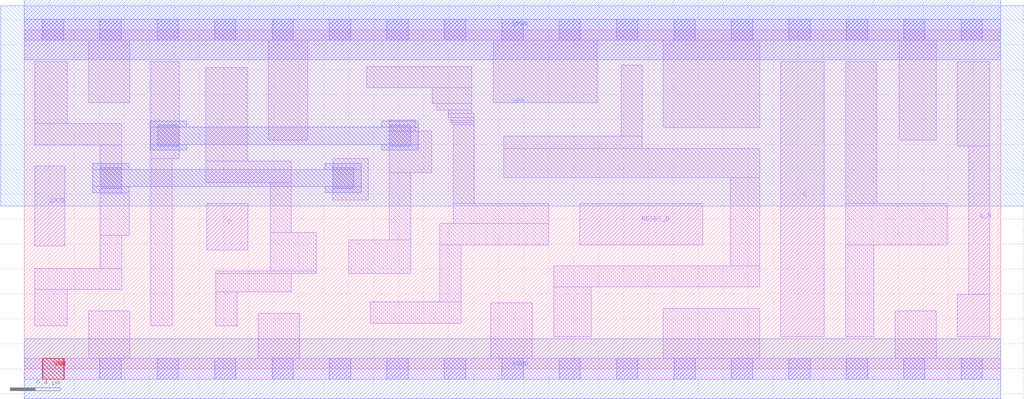
<source format=lef>
# Copyright 2020 The SkyWater PDK Authors
#
# Licensed under the Apache License, Version 2.0 (the "License");
# you may not use this file except in compliance with the License.
# You may obtain a copy of the License at
#
#     https://www.apache.org/licenses/LICENSE-2.0
#
# Unless required by applicable law or agreed to in writing, software
# distributed under the License is distributed on an "AS IS" BASIS,
# WITHOUT WARRANTIES OR CONDITIONS OF ANY KIND, either express or implied.
# See the License for the specific language governing permissions and
# limitations under the License.
#
# SPDX-License-Identifier: Apache-2.0

VERSION 5.7 ;
  NOWIREEXTENSIONATPIN ON ;
  DIVIDERCHAR "/" ;
  BUSBITCHARS "[]" ;
MACRO sky130_fd_sc_hd__dlrbp_1
  CLASS CORE ;
  FOREIGN sky130_fd_sc_hd__dlrbp_1 ;
  ORIGIN  0.000000  0.000000 ;
  SIZE  7.820000 BY  2.720000 ;
  SYMMETRY X Y R90 ;
  SITE unithd ;
  PIN D
    ANTENNAGATEAREA  0.159000 ;
    DIRECTION INPUT ;
    USE SIGNAL ;
    PORT
      LAYER li1 ;
        RECT 1.460000 0.955000 1.790000 1.325000 ;
    END
  END D
  PIN Q
    ANTENNADIFFAREA  0.429000 ;
    DIRECTION OUTPUT ;
    USE SIGNAL ;
    PORT
      LAYER li1 ;
        RECT 6.060000 0.255000 6.410000 2.465000 ;
    END
  END Q
  PIN Q_N
    ANTENNADIFFAREA  0.429000 ;
    DIRECTION OUTPUT ;
    USE SIGNAL ;
    PORT
      LAYER li1 ;
        RECT 7.475000 0.255000 7.735000 0.595000 ;
        RECT 7.475000 1.785000 7.735000 2.465000 ;
        RECT 7.565000 0.595000 7.735000 1.785000 ;
    END
  END Q_N
  PIN RESET_B
    ANTENNAGATEAREA  0.247500 ;
    DIRECTION INPUT ;
    USE SIGNAL ;
    PORT
      LAYER li1 ;
        RECT 4.450000 0.995000 5.435000 1.325000 ;
    END
  END RESET_B
  PIN VNB
    PORT
      LAYER pwell ;
        RECT 0.150000 -0.085000 0.320000 0.085000 ;
    END
  END VNB
  PIN VPB
    PORT
      LAYER nwell ;
        RECT -0.190000 1.305000 8.010000 2.910000 ;
    END
  END VPB
  PIN GATE
    ANTENNAGATEAREA  0.159000 ;
    DIRECTION INPUT ;
    USE CLOCK ;
    PORT
      LAYER li1 ;
        RECT 0.085000 0.985000 0.325000 1.625000 ;
    END
  END GATE
  PIN VGND
    DIRECTION INOUT ;
    SHAPE ABUTMENT ;
    USE GROUND ;
    PORT
      LAYER met1 ;
        RECT 0.000000 -0.240000 7.820000 0.240000 ;
    END
  END VGND
  PIN VPWR
    DIRECTION INOUT ;
    SHAPE ABUTMENT ;
    USE POWER ;
    PORT
      LAYER met1 ;
        RECT 0.000000 2.480000 7.820000 2.960000 ;
    END
  END VPWR
  OBS
    LAYER li1 ;
      RECT 0.000000 -0.085000 7.820000 0.085000 ;
      RECT 0.000000  2.635000 7.820000 2.805000 ;
      RECT 0.085000  0.345000 0.345000 0.635000 ;
      RECT 0.085000  0.635000 0.780000 0.805000 ;
      RECT 0.085000  1.795000 0.780000 1.965000 ;
      RECT 0.085000  1.965000 0.345000 2.465000 ;
      RECT 0.515000  0.085000 0.845000 0.465000 ;
      RECT 0.515000  2.135000 0.845000 2.635000 ;
      RECT 0.610000  0.805000 0.780000 1.070000 ;
      RECT 0.610000  1.070000 0.840000 1.400000 ;
      RECT 0.610000  1.400000 0.780000 1.795000 ;
      RECT 1.015000  0.345000 1.185000 1.685000 ;
      RECT 1.015000  1.685000 1.240000 2.465000 ;
      RECT 1.455000  1.495000 2.140000 1.665000 ;
      RECT 1.455000  1.665000 1.785000 2.415000 ;
      RECT 1.535000  0.345000 1.705000 0.615000 ;
      RECT 1.535000  0.615000 2.140000 0.765000 ;
      RECT 1.535000  0.765000 2.340000 0.785000 ;
      RECT 1.875000  0.085000 2.205000 0.445000 ;
      RECT 1.955000  1.835000 2.270000 2.635000 ;
      RECT 1.970000  0.785000 2.340000 1.095000 ;
      RECT 1.970000  1.095000 2.140000 1.495000 ;
      RECT 2.470000  1.355000 2.755000 1.685000 ;
      RECT 2.600000  0.765000 3.095000 1.035000 ;
      RECT 2.745000  2.255000 3.585000 2.425000 ;
      RECT 2.770000  0.365000 3.500000 0.535000 ;
      RECT 2.925000  1.035000 3.095000 1.575000 ;
      RECT 2.925000  1.575000 3.265000 1.905000 ;
      RECT 2.925000  1.905000 3.130000 1.995000 ;
      RECT 3.270000  2.125000 3.585000 2.255000 ;
      RECT 3.305000  2.075000 3.585000 2.125000 ;
      RECT 3.330000  0.535000 3.500000 0.995000 ;
      RECT 3.330000  0.995000 4.200000 1.165000 ;
      RECT 3.395000  2.015000 3.605000 2.045000 ;
      RECT 3.395000  2.045000 3.585000 2.075000 ;
      RECT 3.415000  1.990000 3.605000 2.015000 ;
      RECT 3.420000  1.975000 3.605000 1.990000 ;
      RECT 3.430000  1.960000 3.605000 1.975000 ;
      RECT 3.435000  1.165000 4.200000 1.325000 ;
      RECT 3.435000  1.325000 3.605000 1.960000 ;
      RECT 3.735000  0.085000 4.070000 0.530000 ;
      RECT 3.755000  2.135000 4.590000 2.635000 ;
      RECT 3.840000  1.535000 5.890000 1.765000 ;
      RECT 3.840000  1.765000 4.950000 1.865000 ;
      RECT 4.240000  0.255000 4.540000 0.655000 ;
      RECT 4.240000  0.655000 5.890000 0.825000 ;
      RECT 4.780000  1.865000 4.950000 2.435000 ;
      RECT 5.120000  0.085000 5.890000 0.485000 ;
      RECT 5.120000  1.935000 5.890000 2.635000 ;
      RECT 5.655000  0.825000 5.890000 1.535000 ;
      RECT 6.580000  0.255000 6.805000 0.995000 ;
      RECT 6.580000  0.995000 7.395000 1.325000 ;
      RECT 6.580000  1.325000 6.830000 2.465000 ;
      RECT 6.975000  0.085000 7.305000 0.465000 ;
      RECT 7.010000  1.835000 7.305000 2.635000 ;
    LAYER mcon ;
      RECT 0.145000 -0.085000 0.315000 0.085000 ;
      RECT 0.145000  2.635000 0.315000 2.805000 ;
      RECT 0.605000 -0.085000 0.775000 0.085000 ;
      RECT 0.605000  2.635000 0.775000 2.805000 ;
      RECT 0.610000  1.445000 0.780000 1.615000 ;
      RECT 1.065000 -0.085000 1.235000 0.085000 ;
      RECT 1.065000  2.635000 1.235000 2.805000 ;
      RECT 1.070000  1.785000 1.240000 1.955000 ;
      RECT 1.525000 -0.085000 1.695000 0.085000 ;
      RECT 1.525000  2.635000 1.695000 2.805000 ;
      RECT 1.985000 -0.085000 2.155000 0.085000 ;
      RECT 1.985000  2.635000 2.155000 2.805000 ;
      RECT 2.445000 -0.085000 2.615000 0.085000 ;
      RECT 2.445000  2.635000 2.615000 2.805000 ;
      RECT 2.470000  1.445000 2.640000 1.615000 ;
      RECT 2.905000 -0.085000 3.075000 0.085000 ;
      RECT 2.905000  2.635000 3.075000 2.805000 ;
      RECT 2.925000  1.785000 3.095000 1.955000 ;
      RECT 3.365000 -0.085000 3.535000 0.085000 ;
      RECT 3.365000  2.635000 3.535000 2.805000 ;
      RECT 3.825000 -0.085000 3.995000 0.085000 ;
      RECT 3.825000  2.635000 3.995000 2.805000 ;
      RECT 4.285000 -0.085000 4.455000 0.085000 ;
      RECT 4.285000  2.635000 4.455000 2.805000 ;
      RECT 4.745000 -0.085000 4.915000 0.085000 ;
      RECT 4.745000  2.635000 4.915000 2.805000 ;
      RECT 5.205000 -0.085000 5.375000 0.085000 ;
      RECT 5.205000  2.635000 5.375000 2.805000 ;
      RECT 5.665000 -0.085000 5.835000 0.085000 ;
      RECT 5.665000  2.635000 5.835000 2.805000 ;
      RECT 6.125000 -0.085000 6.295000 0.085000 ;
      RECT 6.125000  2.635000 6.295000 2.805000 ;
      RECT 6.585000 -0.085000 6.755000 0.085000 ;
      RECT 6.585000  2.635000 6.755000 2.805000 ;
      RECT 7.045000 -0.085000 7.215000 0.085000 ;
      RECT 7.045000  2.635000 7.215000 2.805000 ;
      RECT 7.505000 -0.085000 7.675000 0.085000 ;
      RECT 7.505000  2.635000 7.675000 2.805000 ;
    LAYER met1 ;
      RECT 0.550000 1.415000 0.840000 1.460000 ;
      RECT 0.550000 1.460000 2.700000 1.600000 ;
      RECT 0.550000 1.600000 0.840000 1.645000 ;
      RECT 1.010000 1.755000 1.300000 1.800000 ;
      RECT 1.010000 1.800000 3.155000 1.940000 ;
      RECT 1.010000 1.940000 1.300000 1.985000 ;
      RECT 2.410000 1.415000 2.700000 1.460000 ;
      RECT 2.410000 1.600000 2.700000 1.645000 ;
      RECT 2.865000 1.755000 3.155000 1.800000 ;
      RECT 2.865000 1.940000 3.155000 1.985000 ;
  END
END sky130_fd_sc_hd__dlrbp_1
END LIBRARY

</source>
